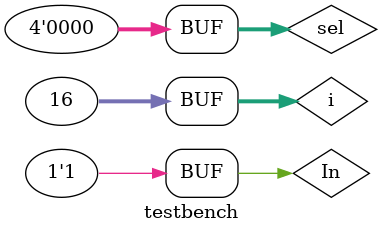
<source format=v>
module testbench;

 reg In;
 reg [3:0] sel;
 wire [0:15] out;
 integer i;
 demux_1x16 d1(In,sel,out);
 
 initial begin
 
 In = 1;sel = 4'b0000;
 
 for( i =0;i<16;i = i+1)begin
  #62 sel = sel +1'b1;
  end
   
 end
 
endmodule

</source>
